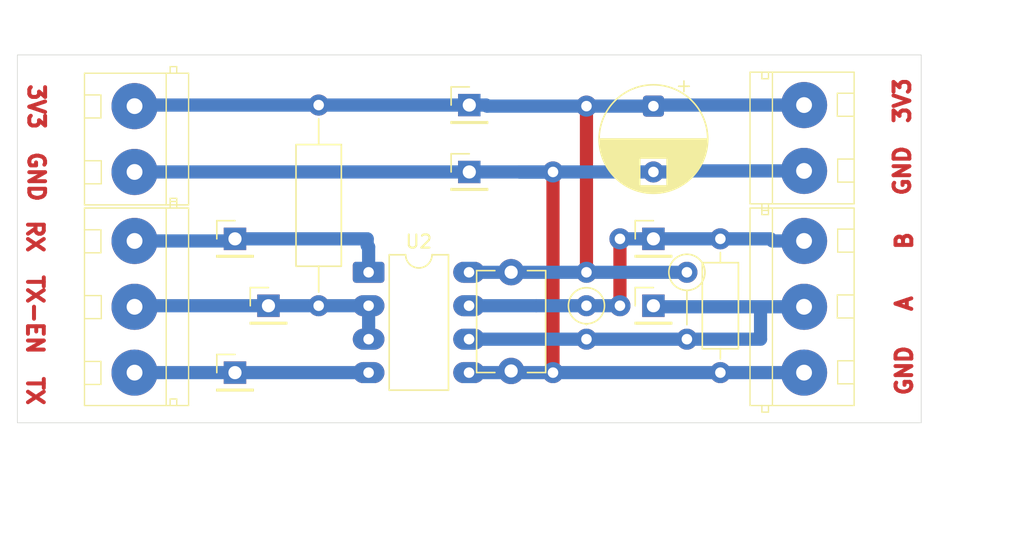
<source format=kicad_pcb>
(kicad_pcb (version 20241229) (generator "pcbnew") (generator_version "9.0")
  (layers (0 "F.Cu" signal) (4 "In1.Cu" signal) (6 "In2.Cu" signal) (2 "B.Cu" signal) (13 "F.Paste" user) (15 "B.Paste" user) (5 "F.SilkS" user "F.Silkscreen") (7 "B.SilkS" user "B.Silkscreen") (1 "F.Mask" user) (3 "B.Mask" user) (25 "Edge.Cuts" user))
  (net 0 "")
  (net 1 "+3V3")
  (net 2 "/RS485-A")
  (net 3 "GND")
  (net 4 "/RS485-B")
  (net 5 "/RS485_DIR")
  (net 6 "/RS485_TX")
  (net 7 "/RS485_RX")
  (footprint "Resistor_THT:R_Axial_DIN0207_L6.3mm_D2.5mm_P5.08mm_Vertical" (layer "F.Cu") (at 176.53 58.42 -90)
    (property "Reference" "R35" (hide yes))
    (property "Value" "3k3")
    (fp_line (start 1.37 0) (end 3.98 0) (stroke (width 0.12)) (layer "F.SilkS"))
    (fp_circle (center 0 0) (end 1.37 0) (stroke (width 0.12)) (fill no) (layer "F.SilkS"))
    (pad "1" thru_hole circle (at 0 0 270) (size 1.6 1.6) (drill 0.8) (layers "*.Cu" "*.Mask") (net 1 "+3V3"))
    (pad "2" thru_hole circle (at 5.08 0 270) (size 1.6 1.6) (drill 0.8) (layers "*.Cu" "*.Mask") (net 2 "/RS485-A"))
  )
  (footprint "Connector_PinHeader_2.54mm:PinHeader_1x01_P2.54mm_Vertical" (layer "F.Cu") (at 160.02 45.72)
    (property "Reference" "TP6" (hide yes))
    (property "Value" "3v3")
    (fp_line (start -1.38 -1.38) (end 0 -1.38) (stroke (width 0.12)) (layer "F.SilkS"))
    (fp_line (start -1.38 0) (end -1.38 -1.38) (stroke (width 0.12)) (layer "F.SilkS"))
    (fp_line (start -1.38 1.27) (end -1.38 1.38) (stroke (width 0.12)) (layer "F.SilkS"))
    (fp_line (start -1.38 1.27) (end 1.38 1.27) (stroke (width 0.12)) (layer "F.SilkS"))
    (fp_line (start -1.38 1.38) (end 1.38 1.38) (stroke (width 0.12)) (layer "F.SilkS"))
    (fp_line (start 1.38 1.27) (end 1.38 1.38) (stroke (width 0.12)) (layer "F.SilkS"))
    (pad "1" thru_hole rect (at 0 0) (size 1.7 1.7) (drill 1) (layers "*.Cu" "*.Mask") (net 1 "+3V3"))
  )
  (footprint "Connector_PinHeader_2.54mm:PinHeader_1x01_P2.54mm_Vertical" (layer "F.Cu") (at 144.78 60.96)
    (property "Reference" "TP4" (hide yes))
    (property "Value" "DIR")
    (fp_line (start -1.38 -1.38) (end 0 -1.38) (stroke (width 0.12)) (layer "F.SilkS"))
    (fp_line (start -1.38 0) (end -1.38 -1.38) (stroke (width 0.12)) (layer "F.SilkS"))
    (fp_line (start -1.38 1.27) (end -1.38 1.38) (stroke (width 0.12)) (layer "F.SilkS"))
    (fp_line (start -1.38 1.27) (end 1.38 1.27) (stroke (width 0.12)) (layer "F.SilkS"))
    (fp_line (start -1.38 1.38) (end 1.38 1.38) (stroke (width 0.12)) (layer "F.SilkS"))
    (fp_line (start 1.38 1.27) (end 1.38 1.38) (stroke (width 0.12)) (layer "F.SilkS"))
    (pad "1" thru_hole rect (at 0 0) (size 1.7 1.7) (drill 1) (layers "*.Cu" "*.Mask") (net 5 "/RS485_DIR"))
  )
  (footprint "Capacitor_THT:C_Disc_D7.5mm_W5.0mm_P7.50mm" (layer "F.Cu") (at 163.195 58.413 -90)
    (property "Reference" "C1" (hide yes))
    (property "Value" "100n")
    (fp_line (start -0.12 2.62) (end 7.62 2.62) (stroke (width 0.12)) (layer "F.SilkS"))
    (fp_line (start -0.12 1.234) (end -0.12 2.62) (stroke (width 0.12)) (layer "F.SilkS"))
    (fp_line (start 7.62 1.234) (end 7.62 2.62) (stroke (width 0.12)) (layer "F.SilkS"))
    (fp_line (start -0.12 -2.62) (end -0.12 -1.234) (stroke (width 0.12)) (layer "F.SilkS"))
    (fp_line (start -0.12 -2.62) (end 7.62 -2.62) (stroke (width 0.12)) (layer "F.SilkS"))
    (fp_line (start 7.62 -2.62) (end 7.62 -1.234) (stroke (width 0.12)) (layer "F.SilkS"))
    (pad "1" thru_hole circle (at 0 0 270) (size 2 2) (drill 1) (layers "*.Cu" "*.Mask") (net 1 "+3V3"))
    (pad "2" thru_hole circle (at 7.5 0 270) (size 2 2) (drill 1) (layers "*.Cu" "*.Mask") (net 3 "GND"))
  )
  (footprint "Package_DIP:DIP-8_W7.62mm_LongPads" (layer "F.Cu") (at 152.38 58.42)
    (property "Reference" "U2" (at 3.81 -2.33 0) (layer "F.SilkS"))
    (property "Value" "MAX3485")
    (fp_line (start 1.56 -1.33) (end 1.56 8.95) (stroke (width 0.12)) (layer "F.SilkS"))
    (fp_line (start 1.56 8.95) (end 6.06 8.95) (stroke (width 0.12)) (layer "F.SilkS"))
    (fp_line (start 2.81 -1.33) (end 1.56 -1.33) (stroke (width 0.12)) (layer "F.SilkS"))
    (fp_line (start 6.06 -1.33) (end 4.81 -1.33) (stroke (width 0.12)) (layer "F.SilkS"))
    (fp_line (start 6.06 8.95) (end 6.06 -1.33) (stroke (width 0.12)) (layer "F.SilkS"))
    (fp_arc (start 4.81 -1.33) (mid 3.81 -0.33) (end 2.81 -1.33) (stroke (width 0.12)) (layer "F.SilkS"))
    (pad "1" thru_hole roundrect (at 0 0) (size 2.4 1.6) (drill 0.8) (layers "*.Cu" "*.Mask") (roundrect_rratio 0.15625) (net 7 "/RS485_RX"))
    (pad "2" thru_hole oval (at 0 2.54) (size 2.4 1.6) (drill 0.8) (layers "*.Cu" "*.Mask") (net 5 "/RS485_DIR"))
    (pad "3" thru_hole oval (at 0 5.08) (size 2.4 1.6) (drill 0.8) (layers "*.Cu" "*.Mask") (net 5 "/RS485_DIR"))
    (pad "4" thru_hole oval (at 0 7.62) (size 2.4 1.6) (drill 0.8) (layers "*.Cu" "*.Mask") (net 6 "/RS485_TX"))
    (pad "5" thru_hole oval (at 7.62 7.62) (size 2.4 1.6) (drill 0.8) (layers "*.Cu" "*.Mask") (net 3 "GND"))
    (pad "6" thru_hole oval (at 7.62 5.08) (size 2.4 1.6) (drill 0.8) (layers "*.Cu" "*.Mask") (net 2 "/RS485-A"))
    (pad "7" thru_hole oval (at 7.62 2.54) (size 2.4 1.6) (drill 0.8) (layers "*.Cu" "*.Mask") (net 4 "/RS485-B"))
    (pad "8" thru_hole oval (at 7.62 0) (size 2.4 1.6) (drill 0.8) (layers "*.Cu" "*.Mask") (net 1 "+3V3"))
  )
  (footprint "Connector_PinHeader_2.54mm:PinHeader_1x01_P2.54mm_Vertical" (layer "F.Cu") (at 142.24 66.04)
    (property "Reference" "TP1" (hide yes))
    (property "Value" "TX")
    (fp_line (start -1.38 -1.38) (end 0 -1.38) (stroke (width 0.12)) (layer "F.SilkS"))
    (fp_line (start -1.38 0) (end -1.38 -1.38) (stroke (width 0.12)) (layer "F.SilkS"))
    (fp_line (start -1.38 1.27) (end -1.38 1.38) (stroke (width 0.12)) (layer "F.SilkS"))
    (fp_line (start -1.38 1.27) (end 1.38 1.27) (stroke (width 0.12)) (layer "F.SilkS"))
    (fp_line (start -1.38 1.38) (end 1.38 1.38) (stroke (width 0.12)) (layer "F.SilkS"))
    (fp_line (start 1.38 1.27) (end 1.38 1.38) (stroke (width 0.12)) (layer "F.SilkS"))
    (pad "1" thru_hole rect (at 0 0) (size 1.7 1.7) (drill 1) (layers "*.Cu" "*.Mask") (net 6 "/RS485_TX"))
  )
  (footprint "Resistor_THT:R_Axial_DIN0207_L6.3mm_D2.5mm_P2.54mm_Vertical" (layer "F.Cu") (at 168.91 60.96 -90)
    (property "Reference" "R36" (hide yes))
    (property "Value" "120")
    (fp_line (start 1.37 0) (end 1.44 0) (stroke (width 0.12)) (layer "F.SilkS"))
    (fp_circle (center 0 0) (end 1.37 0) (stroke (width 0.12)) (fill no) (layer "F.SilkS"))
    (pad "1" thru_hole circle (at 0 0 270) (size 1.6 1.6) (drill 0.8) (layers "*.Cu" "*.Mask") (net 4 "/RS485-B"))
    (pad "2" thru_hole circle (at 2.54 0 270) (size 1.6 1.6) (drill 0.8) (layers "*.Cu" "*.Mask") (net 2 "/RS485-A"))
  )
  (footprint "Connector_PinHeader_2.54mm:PinHeader_1x01_P2.54mm_Vertical" (layer "F.Cu") (at 173.99 60.96)
    (property "Reference" "TP3" (hide yes))
    (property "Value" "RS-A")
    (fp_line (start -1.38 -1.38) (end 0 -1.38) (stroke (width 0.12)) (layer "F.SilkS"))
    (fp_line (start -1.38 0) (end -1.38 -1.38) (stroke (width 0.12)) (layer "F.SilkS"))
    (fp_line (start -1.38 1.27) (end -1.38 1.38) (stroke (width 0.12)) (layer "F.SilkS"))
    (fp_line (start -1.38 1.27) (end 1.38 1.27) (stroke (width 0.12)) (layer "F.SilkS"))
    (fp_line (start -1.38 1.38) (end 1.38 1.38) (stroke (width 0.12)) (layer "F.SilkS"))
    (fp_line (start 1.38 1.27) (end 1.38 1.38) (stroke (width 0.12)) (layer "F.SilkS"))
    (pad "1" thru_hole rect (at 0 0) (size 1.7 1.7) (drill 1) (layers "*.Cu" "*.Mask") (net 2 "/RS485-A"))
  )
  (footprint "Resistor_THT:R_Axial_DIN0309_L9.0mm_D3.2mm_P15.24mm_Horizontal" (layer "F.Cu") (at 148.59 45.72 -90)
    (property "Reference" "R17" (hide yes))
    (property "Value" "10k")
    (fp_line (start 1.04 0) (end 3 0) (stroke (width 0.12)) (layer "F.SilkS"))
    (fp_line (start 14.2 0) (end 12.24 0) (stroke (width 0.12)) (layer "F.SilkS"))
    (fp_rect (start 3 -1.72) (end 12.24 1.72) (stroke (width 0.12)) (fill no) (layer "F.SilkS"))
    (pad "1" thru_hole circle (at 0 0 270) (size 1.6 1.6) (drill 0.8) (layers "*.Cu" "*.Mask") (net 1 "+3V3"))
    (pad "2" thru_hole circle (at 15.24 0 270) (size 1.6 1.6) (drill 0.8) (layers "*.Cu" "*.Mask") (net 5 "/RS485_DIR"))
  )
  (footprint "terminals_libJonny:ScrewTerminal_P5mm_2Pin_FP10x8" (layer "F.Cu") (at 185.42 50.72 90)
    (property "Reference" "J3" (hide yes))
    (property "Value" "GND, 3v3")
    (fp_line (start 7.5 -4.1) (end -2.5 -4.1) (stroke (width 0.1)) (layer "F.SilkS"))
    (fp_line (start -2.5 -4.1) (end -2.5 3.8) (stroke (width 0.1)) (layer "F.SilkS"))
    (fp_line (start 7.5 -3.2) (end 7 -3.2) (stroke (width 0.1)) (layer "F.SilkS"))
    (fp_line (start 7 -3.2) (end 7 -2.7) (stroke (width 0.1)) (layer "F.SilkS"))
    (fp_line (start -2.5 -3.2) (end -3 -3.2) (stroke (width 0.1)) (layer "F.SilkS"))
    (fp_line (start -3 -3.2) (end -3 -2.7) (stroke (width 0.1)) (layer "F.SilkS"))
    (fp_line (start 7 -2.7) (end 7.5 -2.7) (stroke (width 0.1)) (layer "F.SilkS"))
    (fp_line (start -3 -2.7) (end -2.5 -2.7) (stroke (width 0.1)) (layer "F.SilkS"))
    (fp_line (start -2.5 -2.4) (end 7.5 -2.4) (stroke (width 0.1)) (layer "F.SilkS"))
    (fp_line (start 5.9 2.525) (end 5.9 3.775) (stroke (width 0.1)) (layer "F.SilkS"))
    (fp_line (start 4.15 2.525) (end 5.9 2.525) (stroke (width 0.1)) (layer "F.SilkS"))
    (fp_line (start 0.9 2.55) (end 0.9 3.8) (stroke (width 0.1)) (layer "F.SilkS"))
    (fp_line (start -0.85 2.55) (end 0.9 2.55) (stroke (width 0.1)) (layer "F.SilkS"))
    (fp_line (start 4.15 3.775) (end 4.15 2.525) (stroke (width 0.1)) (layer "F.SilkS"))
    (fp_line (start 7.5 3.8) (end 7.5 -4.1) (stroke (width 0.1)) (layer "F.SilkS"))
    (fp_line (start -0.85 3.8) (end -0.85 2.55) (stroke (width 0.1)) (layer "F.SilkS"))
    (fp_line (start -2.5 3.8) (end 7.5 3.8) (stroke (width 0.1)) (layer "F.SilkS"))
    (pad "1" thru_hole circle (at 0 0 90) (size 3.5 3.5) (drill 1.2) (layers "*.Cu" "*.Mask") (net 3 "GND"))
    (pad "2" thru_hole circle (at 5 0 90) (size 3.5 3.5) (drill 1.2) (layers "*.Cu" "*.Mask") (net 1 "+3V3"))
  )
  (footprint "Connector_PinHeader_2.54mm:PinHeader_1x01_P2.54mm_Vertical" (layer "F.Cu") (at 173.99 55.88)
    (property "Reference" "TP5" (hide yes))
    (property "Value" "RS-B")
    (fp_line (start -1.38 -1.38) (end 0 -1.38) (stroke (width 0.12)) (layer "F.SilkS"))
    (fp_line (start -1.38 0) (end -1.38 -1.38) (stroke (width 0.12)) (layer "F.SilkS"))
    (fp_line (start -1.38 1.27) (end -1.38 1.38) (stroke (width 0.12)) (layer "F.SilkS"))
    (fp_line (start -1.38 1.27) (end 1.38 1.27) (stroke (width 0.12)) (layer "F.SilkS"))
    (fp_line (start -1.38 1.38) (end 1.38 1.38) (stroke (width 0.12)) (layer "F.SilkS"))
    (fp_line (start 1.38 1.27) (end 1.38 1.38) (stroke (width 0.12)) (layer "F.SilkS"))
    (pad "1" thru_hole rect (at 0 0) (size 1.7 1.7) (drill 1) (layers "*.Cu" "*.Mask") (net 4 "/RS485-B"))
  )
  (footprint "Resistor_THT:R_Axial_DIN0207_L6.3mm_D2.5mm_P10.16mm_Horizontal" (layer "F.Cu") (at 179.07 55.88 -90)
    (property "Reference" "R37" (hide yes))
    (property "Value" "3k3")
    (fp_line (start 1.04 0) (end 1.81 0) (stroke (width 0.12)) (layer "F.SilkS"))
    (fp_line (start 9.12 0) (end 8.35 0) (stroke (width 0.12)) (layer "F.SilkS"))
    (fp_rect (start 1.81 -1.37) (end 8.35 1.37) (stroke (width 0.12)) (fill no) (layer "F.SilkS"))
    (pad "1" thru_hole circle (at 0 0 270) (size 1.6 1.6) (drill 0.8) (layers "*.Cu" "*.Mask") (net 4 "/RS485-B"))
    (pad "2" thru_hole circle (at 10.16 0 270) (size 1.6 1.6) (drill 0.8) (layers "*.Cu" "*.Mask") (net 3 "GND"))
  )
  (footprint "Connector_PinHeader_2.54mm:PinHeader_1x01_P2.54mm_Vertical" (layer "F.Cu") (at 142.24 55.88)
    (property "Reference" "TP2" (hide yes))
    (property "Value" "RX")
    (fp_line (start -1.38 -1.38) (end 0 -1.38) (stroke (width 0.12)) (layer "F.SilkS"))
    (fp_line (start -1.38 0) (end -1.38 -1.38) (stroke (width 0.12)) (layer "F.SilkS"))
    (fp_line (start -1.38 1.27) (end -1.38 1.38) (stroke (width 0.12)) (layer "F.SilkS"))
    (fp_line (start -1.38 1.27) (end 1.38 1.27) (stroke (width 0.12)) (layer "F.SilkS"))
    (fp_line (start -1.38 1.38) (end 1.38 1.38) (stroke (width 0.12)) (layer "F.SilkS"))
    (fp_line (start 1.38 1.27) (end 1.38 1.38) (stroke (width 0.12)) (layer "F.SilkS"))
    (pad "1" thru_hole rect (at 0 0) (size 1.7 1.7) (drill 1) (layers "*.Cu" "*.Mask") (net 7 "/RS485_RX"))
  )
  (footprint "terminals_libJonny:ScrewTerminal_P5mm_3Pin_FP15x8" (layer "F.Cu") (at 134.62 56.04 -90)
    (property "Reference" "J1" (hide yes))
    (property "Value" "[TX, DIR, RX] UART (ESP32)")
    (fp_line (start -2.5 3.8) (end 12.5 3.8) (stroke (width 0.1)) (layer "F.SilkS"))
    (fp_line (start -0.85 3.8) (end -0.85 2.55) (stroke (width 0.1)) (layer "F.SilkS"))
    (fp_line (start 9.15 3.8) (end 9.15 2.55) (stroke (width 0.1)) (layer "F.SilkS"))
    (fp_line (start 12.5 3.8) (end 12.5 -4.1) (stroke (width 0.1)) (layer "F.SilkS"))
    (fp_line (start 4.15 3.775) (end 4.15 2.525) (stroke (width 0.1)) (layer "F.SilkS"))
    (fp_line (start -0.85 2.55) (end 0.9 2.55) (stroke (width 0.1)) (layer "F.SilkS"))
    (fp_line (start 0.9 2.55) (end 0.9 3.8) (stroke (width 0.1)) (layer "F.SilkS"))
    (fp_line (start 9.15 2.55) (end 10.9 2.55) (stroke (width 0.1)) (layer "F.SilkS"))
    (fp_line (start 10.9 2.55) (end 10.9 3.8) (stroke (width 0.1)) (layer "F.SilkS"))
    (fp_line (start 4.15 2.525) (end 5.9 2.525) (stroke (width 0.1)) (layer "F.SilkS"))
    (fp_line (start 5.9 2.525) (end 5.9 3.775) (stroke (width 0.1)) (layer "F.SilkS"))
    (fp_line (start -2.5 -2.4) (end 12.5 -2.4) (stroke (width 0.1)) (layer "F.SilkS"))
    (fp_line (start -3 -2.7) (end -2.5 -2.7) (stroke (width 0.1)) (layer "F.SilkS"))
    (fp_line (start 12 -2.7) (end 12.5 -2.7) (stroke (width 0.1)) (layer "F.SilkS"))
    (fp_line (start -3 -3.2) (end -3 -2.7) (stroke (width 0.1)) (layer "F.SilkS"))
    (fp_line (start -2.5 -3.2) (end -3 -3.2) (stroke (width 0.1)) (layer "F.SilkS"))
    (fp_line (start 12 -3.2) (end 12 -2.7) (stroke (width 0.1)) (layer "F.SilkS"))
    (fp_line (start 12.5 -3.2) (end 12 -3.2) (stroke (width 0.1)) (layer "F.SilkS"))
    (fp_line (start -2.5 -4.1) (end -2.5 3.8) (stroke (width 0.1)) (layer "F.SilkS"))
    (fp_line (start 12.5 -4.1) (end -2.5 -4.1) (stroke (width 0.1)) (layer "F.SilkS"))
    (pad "1" thru_hole circle (at 0 0 270) (size 3.5 3.5) (drill 1.2) (layers "*.Cu" "*.Mask") (net 7 "/RS485_RX"))
    (pad "2" thru_hole circle (at 5 0 270) (size 3.5 3.5) (drill 1.2) (layers "*.Cu" "*.Mask") (net 5 "/RS485_DIR"))
    (pad "3" thru_hole circle (at 10 0 270) (size 3.5 3.5) (drill 1.2) (layers "*.Cu" "*.Mask") (net 6 "/RS485_TX"))
  )
  (footprint "terminals_libJonny:ScrewTerminal_P5mm_2Pin_FP10x8" (layer "F.Cu") (at 134.62 45.8 -90)
    (property "Reference" "J2" (hide yes))
    (property "Value" "GND, 3v3")
    (fp_line (start -2.5 3.8) (end 7.5 3.8) (stroke (width 0.1)) (layer "F.SilkS"))
    (fp_line (start -0.85 3.8) (end -0.85 2.55) (stroke (width 0.1)) (layer "F.SilkS"))
    (fp_line (start 7.5 3.8) (end 7.5 -4.1) (stroke (width 0.1)) (layer "F.SilkS"))
    (fp_line (start 4.15 3.775) (end 4.15 2.525) (stroke (width 0.1)) (layer "F.SilkS"))
    (fp_line (start -0.85 2.55) (end 0.9 2.55) (stroke (width 0.1)) (layer "F.SilkS"))
    (fp_line (start 0.9 2.55) (end 0.9 3.8) (stroke (width 0.1)) (layer "F.SilkS"))
    (fp_line (start 4.15 2.525) (end 5.9 2.525) (stroke (width 0.1)) (layer "F.SilkS"))
    (fp_line (start 5.9 2.525) (end 5.9 3.775) (stroke (width 0.1)) (layer "F.SilkS"))
    (fp_line (start -2.5 -2.4) (end 7.5 -2.4) (stroke (width 0.1)) (layer "F.SilkS"))
    (fp_line (start -3 -2.7) (end -2.5 -2.7) (stroke (width 0.1)) (layer "F.SilkS"))
    (fp_line (start 7 -2.7) (end 7.5 -2.7) (stroke (width 0.1)) (layer "F.SilkS"))
    (fp_line (start -3 -3.2) (end -3 -2.7) (stroke (width 0.1)) (layer "F.SilkS"))
    (fp_line (start -2.5 -3.2) (end -3 -3.2) (stroke (width 0.1)) (layer "F.SilkS"))
    (fp_line (start 7 -3.2) (end 7 -2.7) (stroke (width 0.1)) (layer "F.SilkS"))
    (fp_line (start 7.5 -3.2) (end 7 -3.2) (stroke (width 0.1)) (layer "F.SilkS"))
    (fp_line (start -2.5 -4.1) (end -2.5 3.8) (stroke (width 0.1)) (layer "F.SilkS"))
    (fp_line (start 7.5 -4.1) (end -2.5 -4.1) (stroke (width 0.1)) (layer "F.SilkS"))
    (pad "1" thru_hole circle (at 0 0 270) (size 3.5 3.5) (drill 1.2) (layers "*.Cu" "*.Mask") (net 1 "+3V3"))
    (pad "2" thru_hole circle (at 5 0 270) (size 3.5 3.5) (drill 1.2) (layers "*.Cu" "*.Mask") (net 3 "GND"))
  )
  (footprint "Capacitor_THT:CP_Radial_D8.0mm_P5.00mm" (layer "F.Cu") (at 173.99 45.8 -90)
    (property "Reference" "C2" (hide yes))
    (property "Value" "10uf")
    (fp_line (start 3.98 1.04) (end 3.98 3.805) (stroke (width 0.12)) (layer "F.SilkS"))
    (fp_line (start 4.02 1.04) (end 4.02 3.789) (stroke (width 0.12)) (layer "F.SilkS"))
    (fp_line (start 4.06 1.04) (end 4.06 3.773) (stroke (width 0.12)) (layer "F.SilkS"))
    (fp_line (start 4.1 1.04) (end 4.1 3.757) (stroke (width 0.12)) (layer "F.SilkS"))
    (fp_line (start 4.14 1.04) (end 4.14 3.74) (stroke (width 0.12)) (layer "F.SilkS"))
    (fp_line (start 4.18 1.04) (end 4.18 3.722) (stroke (width 0.12)) (layer "F.SilkS"))
    (fp_line (start 4.22 1.04) (end 4.22 3.704) (stroke (width 0.12)) (layer "F.SilkS"))
    (fp_line (start 4.26 1.04) (end 4.26 3.685) (stroke (width 0.12)) (layer "F.SilkS"))
    (fp_line (start 4.3 1.04) (end 4.3 3.666) (stroke (width 0.12)) (layer "F.SilkS"))
    (fp_line (start 4.34 1.04) (end 4.34 3.646) (stroke (width 0.12)) (layer "F.SilkS"))
    (fp_line (start 4.38 1.04) (end 4.38 3.626) (stroke (width 0.12)) (layer "F.SilkS"))
    (fp_line (start 4.42 1.04) (end 4.42 3.605) (stroke (width 0.12)) (layer "F.SilkS"))
    (fp_line (start 4.46 1.04) (end 4.46 3.584) (stroke (width 0.12)) (layer "F.SilkS"))
    (fp_line (start 4.5 1.04) (end 4.5 3.562) (stroke (width 0.12)) (layer "F.SilkS"))
    (fp_line (start 4.54 1.04) (end 4.54 3.539) (stroke (width 0.12)) (layer "F.SilkS"))
    (fp_line (start 4.58 1.04) (end 4.58 3.516) (stroke (width 0.12)) (layer "F.SilkS"))
    (fp_line (start 4.62 1.04) (end 4.62 3.493) (stroke (width 0.12)) (layer "F.SilkS"))
    (fp_line (start 4.66 1.04) (end 4.66 3.468) (stroke (width 0.12)) (layer "F.SilkS"))
    (fp_line (start 4.7 1.04) (end 4.7 3.443) (stroke (width 0.12)) (layer "F.SilkS"))
    (fp_line (start 4.74 1.04) (end 4.74 3.418) (stroke (width 0.12)) (layer "F.SilkS"))
    (fp_line (start 4.78 1.04) (end 4.78 3.392) (stroke (width 0.12)) (layer "F.SilkS"))
    (fp_line (start 4.82 1.04) (end 4.82 3.365) (stroke (width 0.12)) (layer "F.SilkS"))
    (fp_line (start 4.86 1.04) (end 4.86 3.337) (stroke (width 0.12)) (layer "F.SilkS"))
    (fp_line (start 4.9 1.04) (end 4.9 3.309) (stroke (width 0.12)) (layer "F.SilkS"))
    (fp_line (start 4.94 1.04) (end 4.94 3.28) (stroke (width 0.12)) (layer "F.SilkS"))
    (fp_line (start 4.98 1.04) (end 4.98 3.25) (stroke (width 0.12)) (layer "F.SilkS"))
    (fp_line (start 5.02 1.04) (end 5.02 3.219) (stroke (width 0.12)) (layer "F.SilkS"))
    (fp_line (start 5.06 1.04) (end 5.06 3.188) (stroke (width 0.12)) (layer "F.SilkS"))
    (fp_line (start 5.1 1.04) (end 5.1 3.156) (stroke (width 0.12)) (layer "F.SilkS"))
    (fp_line (start 5.14 1.04) (end 5.14 3.123) (stroke (width 0.12)) (layer "F.SilkS"))
    (fp_line (start 5.18 1.04) (end 5.18 3.089) (stroke (width 0.12)) (layer "F.SilkS"))
    (fp_line (start 5.22 1.04) (end 5.22 3.055) (stroke (width 0.12)) (layer "F.SilkS"))
    (fp_line (start 5.26 1.04) (end 5.26 3.019) (stroke (width 0.12)) (layer "F.SilkS"))
    (fp_line (start 5.3 1.04) (end 5.3 2.982) (stroke (width 0.12)) (layer "F.SilkS"))
    (fp_line (start 5.34 1.04) (end 5.34 2.945) (stroke (width 0.12)) (layer "F.SilkS"))
    (fp_line (start 5.38 1.04) (end 5.38 2.906) (stroke (width 0.12)) (layer "F.SilkS"))
    (fp_line (start 5.42 1.04) (end 5.42 2.867) (stroke (width 0.12)) (layer "F.SilkS"))
    (fp_line (start 5.46 1.04) (end 5.46 2.826) (stroke (width 0.12)) (layer "F.SilkS"))
    (fp_line (start 5.5 1.04) (end 5.5 2.784) (stroke (width 0.12)) (layer "F.SilkS"))
    (fp_line (start 5.54 1.04) (end 5.54 2.741) (stroke (width 0.12)) (layer "F.SilkS"))
    (fp_line (start 5.58 1.04) (end 5.58 2.696) (stroke (width 0.12)) (layer "F.SilkS"))
    (fp_line (start 5.62 1.04) (end 5.62 2.651) (stroke (width 0.12)) (layer "F.SilkS"))
    (fp_line (start 5.66 1.04) (end 5.66 2.604) (stroke (width 0.12)) (layer "F.SilkS"))
    (fp_line (start 5.7 1.04) (end 5.7 2.555) (stroke (width 0.12)) (layer "F.SilkS"))
    (fp_line (start 5.74 1.04) (end 5.74 2.505) (stroke (width 0.12)) (layer "F.SilkS"))
    (fp_line (start 5.78 1.04) (end 5.78 2.453) (stroke (width 0.12)) (layer "F.SilkS"))
    (fp_line (start 5.82 1.04) (end 5.82 2.4) (stroke (width 0.12)) (layer "F.SilkS"))
    (fp_line (start 5.86 1.04) (end 5.86 2.344) (stroke (width 0.12)) (layer "F.SilkS"))
    (fp_line (start 5.9 1.04) (end 5.9 2.287) (stroke (width 0.12)) (layer "F.SilkS"))
    (fp_line (start 5.94 1.04) (end 5.94 2.227) (stroke (width 0.12)) (layer "F.SilkS"))
    (fp_line (start 5.98 1.04) (end 5.98 2.165) (stroke (width 0.12)) (layer "F.SilkS"))
    (fp_line (start 6.02 1.04) (end 6.02 2.101) (stroke (width 0.12)) (layer "F.SilkS"))
    (fp_line (start 6.58 -0.533) (end 6.58 0.533) (stroke (width 0.12)) (layer "F.SilkS"))
    (fp_line (start 6.54 -0.768) (end 6.54 0.768) (stroke (width 0.12)) (layer "F.SilkS"))
    (fp_line (start 6.5 -0.947) (end 6.5 0.947) (stroke (width 0.12)) (layer "F.SilkS"))
    (fp_line (start 6.46 -1.097) (end 6.46 1.097) (stroke (width 0.12)) (layer "F.SilkS"))
    (fp_line (start 6.42 -1.228) (end 6.42 1.228) (stroke (width 0.12)) (layer "F.SilkS"))
    (fp_line (start 6.38 -1.346) (end 6.38 1.346) (stroke (width 0.12)) (layer "F.SilkS"))
    (fp_line (start 6.34 -1.453) (end 6.34 1.453) (stroke (width 0.12)) (layer "F.SilkS"))
    (fp_line (start 6.3 -1.552) (end 6.3 1.552) (stroke (width 0.12)) (layer "F.SilkS"))
    (fp_line (start 6.26 -1.644) (end 6.26 1.644) (stroke (width 0.12)) (layer "F.SilkS"))
    (fp_line (start 6.22 -1.731) (end 6.22 1.731) (stroke (width 0.12)) (layer "F.SilkS"))
    (fp_line (start 6.18 -1.813) (end 6.18 1.813) (stroke (width 0.12)) (layer "F.SilkS"))
    (fp_line (start 6.14 -1.89) (end 6.14 1.89) (stroke (width 0.12)) (layer "F.SilkS"))
    (fp_line (start 6.1 -1.964) (end 6.1 1.964) (stroke (width 0.12)) (layer "F.SilkS"))
    (fp_line (start 6.06 -2.034) (end 6.06 2.034) (stroke (width 0.12)) (layer "F.SilkS"))
    (fp_line (start 6.02 -2.101) (end 6.02 -1.04) (stroke (width 0.12)) (layer "F.SilkS"))
    (fp_line (start 5.98 -2.165) (end 5.98 -1.04) (stroke (width 0.12)) (layer "F.SilkS"))
    (fp_line (start 5.94 -2.227) (end 5.94 -1.04) (stroke (width 0.12)) (layer "F.SilkS"))
    (fp_line (start 5.9 -2.287) (end 5.9 -1.04) (stroke (width 0.12)) (layer "F.SilkS"))
    (fp_line (start -1.909698 -2.315) (end -1.109698 -2.315) (stroke (width 0.12)) (layer "F.SilkS"))
    (fp_line (start 5.86 -2.344) (end 5.86 -1.04) (stroke (width 0.12)) (layer "F.SilkS"))
    (fp_line (start 5.82 -2.4) (end 5.82 -1.04) (stroke (width 0.12)) (layer "F.SilkS"))
    (fp_line (start 5.78 -2.453) (end 5.78 -1.04) (stroke (width 0.12)) (layer "F.SilkS"))
    (fp_line (start 5.74 -2.505) (end 5.74 -1.04) (stroke (width 0.12)) (layer "F.SilkS"))
    (fp_line (start 5.7 -2.555) (end 5.7 -1.04) (stroke (width 0.12)) (layer "F.SilkS"))
    (fp_line (start 5.66 -2.604) (end 5.66 -1.04) (stroke (width 0.12)) (layer "F.SilkS"))
    (fp_line (start 5.62 -2.651) (end 5.62 -1.04) (stroke (width 0.12)) (layer "F.SilkS"))
    (fp_line (start 5.58 -2.696) (end 5.58 -1.04) (stroke (width 0.12)) (layer "F.SilkS"))
    (fp_line (start -1.509698 -2.715) (end -1.509698 -1.915) (stroke (width 0.12)) (layer "F.SilkS"))
    (fp_line (start 5.54 -2.741) (end 5.54 -1.04) (stroke (width 0.12)) (layer "F.SilkS"))
    (fp_line (start 5.5 -2.784) (end 5.5 -1.04) (stroke (width 0.12)) (layer "F.SilkS"))
    (fp_line (start 5.46 -2.826) (end 5.46 -1.04) (stroke (width 0.12)) (layer "F.SilkS"))
    (fp_line (start 5.42 -2.867) (end 5.42 -1.04) (stroke (width 0.12)) (layer "F.SilkS"))
    (fp_line (start 5.38 -2.906) (end 5.38 -1.04) (stroke (width 0.12)) (layer "F.SilkS"))
    (fp_line (start 5.34 -2.945) (end 5.34 -1.04) (stroke (width 0.12)) (layer "F.SilkS"))
    (fp_line (start 5.3 -2.982) (end 5.3 -1.04) (stroke (width 0.12)) (layer "F.SilkS"))
    (fp_line (start 5.26 -3.019) (end 5.26 -1.04) (stroke (width 0.12)) (layer "F.SilkS"))
    (fp_line (start 5.22 -3.055) (end 5.22 -1.04) (stroke (width 0.12)) (layer "F.SilkS"))
    (fp_line (start 5.18 -3.089) (end 5.18 -1.04) (stroke (width 0.12)) (layer "F.SilkS"))
    (fp_line (start 5.14 -3.123) (end 5.14 -1.04) (stroke (width 0.12)) (layer "F.SilkS"))
    (fp_line (start 5.1 -3.156) (end 5.1 -1.04) (stroke (width 0.12)) (layer "F.SilkS"))
    (fp_line (start 5.06 -3.188) (end 5.06 -1.04) (stroke (width 0.12)) (layer "F.SilkS"))
    (fp_line (start 5.02 -3.219) (end 5.02 -1.04) (stroke (width 0.12)) (layer "F.SilkS"))
    (fp_line (start 4.98 -3.25) (end 4.98 -1.04) (stroke (width 0.12)) (layer "F.SilkS"))
    (fp_line (start 4.94 -3.28) (end 4.94 -1.04) (stroke (width 0.12)) (layer "F.SilkS"))
    (fp_line (start 4.9 -3.309) (end 4.9 -1.04) (stroke (width 0.12)) (layer "F.SilkS"))
    (fp_line (start 4.86 -3.337) (end 4.86 -1.04) (stroke (width 0.12)) (layer "F.SilkS"))
    (fp_line (start 4.82 -3.365) (end 4.82 -1.04) (stroke (width 0.12)) (layer "F.SilkS"))
    (fp_line (start 4.78 -3.392) (end 4.78 -1.04) (stroke (width 0.12)) (layer "F.SilkS"))
    (fp_line (start 4.74 -3.418) (end 4.74 -1.04) (stroke (width 0.12)) (layer "F.SilkS"))
    (fp_line (start 4.7 -3.443) (end 4.7 -1.04) (stroke (width 0.12)) (layer "F.SilkS"))
    (fp_line (start 4.66 -3.468) (end 4.66 -1.04) (stroke (width 0.12)) (layer "F.SilkS"))
    (fp_line (start 4.62 -3.493) (end 4.62 -1.04) (stroke (width 0.12)) (layer "F.SilkS"))
    (fp_line (start 4.58 -3.516) (end 4.58 -1.04) (stroke (width 0.12)) (layer "F.SilkS"))
    (fp_line (start 4.54 -3.539) (end 4.54 -1.04) (stroke (width 0.12)) (layer "F.SilkS"))
    (fp_line (start 4.5 -3.562) (end 4.5 -1.04) (stroke (width 0.12)) (layer "F.SilkS"))
    (fp_line (start 4.46 -3.584) (end 4.46 -1.04) (stroke (width 0.12)) (layer "F.SilkS"))
    (fp_line (start 4.42 -3.605) (end 4.42 -1.04) (stroke (width 0.12)) (layer "F.SilkS"))
    (fp_line (start 4.38 -3.626) (end 4.38 -1.04) (stroke (width 0.12)) (layer "F.SilkS"))
    (fp_line (start 4.34 -3.646) (end 4.34 -1.04) (stroke (width 0.12)) (layer "F.SilkS"))
    (fp_line (start 4.3 -3.666) (end 4.3 -1.04) (stroke (width 0.12)) (layer "F.SilkS"))
    (fp_line (start 4.26 -3.685) (end 4.26 -1.04) (stroke (width 0.12)) (layer "F.SilkS"))
    (fp_line (start 4.22 -3.704) (end 4.22 -1.04) (stroke (width 0.12)) (layer "F.SilkS"))
    (fp_line (start 4.18 -3.722) (end 4.18 -1.04) (stroke (width 0.12)) (layer "F.SilkS"))
    (fp_line (start 4.14 -3.74) (end 4.14 -1.04) (stroke (width 0.12)) (layer "F.SilkS"))
    (fp_line (start 4.1 -3.757) (end 4.1 -1.04) (stroke (width 0.12)) (layer "F.SilkS"))
    (fp_line (start 4.06 -3.773) (end 4.06 -1.04) (stroke (width 0.12)) (layer "F.SilkS"))
    (fp_line (start 4.02 -3.789) (end 4.02 -1.04) (stroke (width 0.12)) (layer "F.SilkS"))
    (fp_line (start 3.98 -3.805) (end 3.98 -1.04) (stroke (width 0.12)) (layer "F.SilkS"))
    (fp_line (start 3.94 -3.82) (end 3.94 3.82) (stroke (width 0.12)) (layer "F.SilkS"))
    (fp_line (start 3.9 -3.835) (end 3.9 3.835) (stroke (width 0.12)) (layer "F.SilkS"))
    (fp_line (start 3.86 -3.849) (end 3.86 3.849) (stroke (width 0.12)) (layer "F.SilkS"))
    (fp_line (start 3.82 -3.863) (end 3.82 3.863) (stroke (width 0.12)) (layer "F.SilkS"))
    (fp_line (start 3.78 -3.876) (end 3.78 3.876) (stroke (width 0.12)) (layer "F.SilkS"))
    (fp_line (start 3.74 -3.889) (end 3.74 3.889) (stroke (width 0.12)) (layer "F.SilkS"))
    (fp_line (start 3.7 -3.901) (end 3.7 3.901) (stroke (width 0.12)) (layer "F.SilkS"))
    (fp_line (start 3.66 -3.913) (end 3.66 3.913) (stroke (width 0.12)) (layer "F.SilkS"))
    (fp_line (start 3.62 -3.925) (end 3.62 3.925) (stroke (width 0.12)) (layer "F.SilkS"))
    (fp_line (start 3.58 -3.936) (end 3.58 3.936) (stroke (width 0.12)) (layer "F.SilkS"))
    (fp_line (start 3.54 -3.947) (end 3.54 3.947) (stroke (width 0.12)) (layer "F.SilkS"))
    (fp_line (start 3.5 -3.957) (end 3.5 3.957) (stroke (width 0.12)) (layer "F.SilkS"))
    (fp_line (start 3.46 -3.967) (end 3.46 3.967) (stroke (width 0.12)) (layer "F.SilkS"))
    (fp_line (start 3.42 -3.976) (end 3.42 3.976) (stroke (width 0.12)) (layer "F.SilkS"))
    (fp_line (start 3.38 -3.985) (end 3.38 3.985) (stroke (width 0.12)) (layer "F.SilkS"))
    (fp_line (start 3.34 -3.993) (end 3.34 3.993) (stroke (width 0.12)) (layer "F.SilkS"))
    (fp_line (start 3.3 -4.002) (end 3.3 4.002) (stroke (width 0.12)) (layer "F.SilkS"))
    (fp_line (start 3.26 -4.009) (end 3.26 4.009) (stroke (width 0.12)) (layer "F.SilkS"))
    (fp_line (start 3.22 -4.017) (end 3.22 4.017) (stroke (width 0.12)) (layer "F.SilkS"))
    (fp_line (start 3.18 -4.023) (end 3.18 4.023) (stroke (width 0.12)) (layer "F.SilkS"))
    (fp_line (start 3.14 -4.03) (end 3.14 4.03) (stroke (width 0.12)) (layer "F.SilkS"))
    (fp_line (start 3.1 -4.036) (end 3.1 4.036) (stroke (width 0.12)) (layer "F.SilkS"))
    (fp_line (start 3.06 -4.042) (end 3.06 4.042) (stroke (width 0.12)) (layer "F.SilkS"))
    (fp_line (start 3.02 -4.047) (end 3.02 4.047) (stroke (width 0.12)) (layer "F.SilkS"))
    (fp_line (start 2.98 -4.052) (end 2.98 4.052) (stroke (width 0.12)) (layer "F.SilkS"))
    (fp_line (start 2.94 -4.056) (end 2.94 4.056) (stroke (width 0.12)) (layer "F.SilkS"))
    (fp_line (start 2.9 -4.061) (end 2.9 4.061) (stroke (width 0.12)) (layer "F.SilkS"))
    (fp_line (start 2.86 -4.064) (end 2.86 4.064) (stroke (width 0.12)) (layer "F.SilkS"))
    (fp_line (start 2.82 -4.068) (end 2.82 4.068) (stroke (width 0.12)) (layer "F.SilkS"))
    (fp_line (start 2.78 -4.07) (end 2.78 4.07) (stroke (width 0.12)) (layer "F.SilkS"))
    (fp_line (start 2.74 -4.073) (end 2.74 4.073) (stroke (width 0.12)) (layer "F.SilkS"))
    (fp_line (start 2.7 -4.075) (end 2.7 4.075) (stroke (width 0.12)) (layer "F.SilkS"))
    (fp_line (start 2.66 -4.077) (end 2.66 4.077) (stroke (width 0.12)) (layer "F.SilkS"))
    (fp_line (start 2.62 -4.078) (end 2.62 4.078) (stroke (width 0.12)) (layer "F.SilkS"))
    (fp_line (start 2.58 -4.079) (end 2.58 4.079) (stroke (width 0.12)) (layer "F.SilkS"))
    (fp_line (start 2.5 -4.08) (end 2.5 4.08) (stroke (width 0.12)) (layer "F.SilkS"))
    (fp_line (start 2.54 -4.08) (end 2.54 4.08) (stroke (width 0.12)) (layer "F.SilkS"))
    (fp_circle (center 2.5 0) (end 6.62 0) (stroke (width 0.12)) (fill no) (layer "F.SilkS"))
    (pad "1" thru_hole roundrect (at 0 0 270) (size 1.6 1.6) (drill 0.8) (layers "*.Cu" "*.Mask") (roundrect_rratio 0.15625) (net 1 "+3V3"))
    (pad "2" thru_hole circle (at 5 0 270) (size 1.6 1.6) (drill 0.8) (layers "*.Cu" "*.Mask") (net 3 "GND"))
  )
  (footprint "Connector_PinHeader_2.54mm:PinHeader_1x01_P2.54mm_Vertical" (layer "F.Cu") (at 160.02 50.8)
    (property "Reference" "TP7" (hide yes))
    (property "Value" "gnd")
    (fp_line (start -1.38 -1.38) (end 0 -1.38) (stroke (width 0.12)) (layer "F.SilkS"))
    (fp_line (start -1.38 0) (end -1.38 -1.38) (stroke (width 0.12)) (layer "F.SilkS"))
    (fp_line (start -1.38 1.27) (end -1.38 1.38) (stroke (width 0.12)) (layer "F.SilkS"))
    (fp_line (start -1.38 1.27) (end 1.38 1.27) (stroke (width 0.12)) (layer "F.SilkS"))
    (fp_line (start -1.38 1.38) (end 1.38 1.38) (stroke (width 0.12)) (layer "F.SilkS"))
    (fp_line (start 1.38 1.27) (end 1.38 1.38) (stroke (width 0.12)) (layer "F.SilkS"))
    (pad "1" thru_hole rect (at 0 0) (size 1.7 1.7) (drill 1) (layers "*.Cu" "*.Mask") (net 3 "GND"))
  )
  (footprint "terminals_libJonny:ScrewTerminal_P5mm_3Pin_FP15x8" (layer "F.Cu") (at 185.42 66.04 90)
    (property "Reference" "J8" (hide yes))
    (property "Value" "[GND, A, B] RS485 (Sensor)")
    (fp_line (start 12.5 -4.1) (end -2.5 -4.1) (stroke (width 0.1)) (layer "F.SilkS"))
    (fp_line (start -2.5 -4.1) (end -2.5 3.8) (stroke (width 0.1)) (layer "F.SilkS"))
    (fp_line (start 12.5 -3.2) (end 12 -3.2) (stroke (width 0.1)) (layer "F.SilkS"))
    (fp_line (start 12 -3.2) (end 12 -2.7) (stroke (width 0.1)) (layer "F.SilkS"))
    (fp_line (start -2.5 -3.2) (end -3 -3.2) (stroke (width 0.1)) (layer "F.SilkS"))
    (fp_line (start -3 -3.2) (end -3 -2.7) (stroke (width 0.1)) (layer "F.SilkS"))
    (fp_line (start 12 -2.7) (end 12.5 -2.7) (stroke (width 0.1)) (layer "F.SilkS"))
    (fp_line (start -3 -2.7) (end -2.5 -2.7) (stroke (width 0.1)) (layer "F.SilkS"))
    (fp_line (start -2.5 -2.4) (end 12.5 -2.4) (stroke (width 0.1)) (layer "F.SilkS"))
    (fp_line (start 5.9 2.525) (end 5.9 3.775) (stroke (width 0.1)) (layer "F.SilkS"))
    (fp_line (start 4.15 2.525) (end 5.9 2.525) (stroke (width 0.1)) (layer "F.SilkS"))
    (fp_line (start 10.9 2.55) (end 10.9 3.8) (stroke (width 0.1)) (layer "F.SilkS"))
    (fp_line (start 9.15 2.55) (end 10.9 2.55) (stroke (width 0.1)) (layer "F.SilkS"))
    (fp_line (start 0.9 2.55) (end 0.9 3.8) (stroke (width 0.1)) (layer "F.SilkS"))
    (fp_line (start -0.85 2.55) (end 0.9 2.55) (stroke (width 0.1)) (layer "F.SilkS"))
    (fp_line (start 4.15 3.775) (end 4.15 2.525) (stroke (width 0.1)) (layer "F.SilkS"))
    (fp_line (start 12.5 3.8) (end 12.5 -4.1) (stroke (width 0.1)) (layer "F.SilkS"))
    (fp_line (start 9.15 3.8) (end 9.15 2.55) (stroke (width 0.1)) (layer "F.SilkS"))
    (fp_line (start -0.85 3.8) (end -0.85 2.55) (stroke (width 0.1)) (layer "F.SilkS"))
    (fp_line (start -2.5 3.8) (end 12.5 3.8) (stroke (width 0.1)) (layer "F.SilkS"))
    (pad "1" thru_hole circle (at 0 0 90) (size 3.5 3.5) (drill 1.2) (layers "*.Cu" "*.Mask") (net 3 "GND"))
    (pad "2" thru_hole circle (at 5 0 90) (size 3.5 3.5) (drill 1.2) (layers "*.Cu" "*.Mask") (net 2 "/RS485-A"))
    (pad "3" thru_hole circle (at 10 0 90) (size 3.5 3.5) (drill 1.2) (layers "*.Cu" "*.Mask") (net 4 "/RS485-B"))
  )
  (gr_rect (start 125.73 41.91) (end 194.31 69.85) (stroke (width 0.05)) (fill no) (layer "Edge.Cuts"))
  (gr_text "RX  TX-EN  TX" (at 126.37 54.32 270) (layer "F.Cu") (effects (font (size 1.2 1.2) (thickness 0.3) (bold yes)) (justify left bottom)))
  (gr_text "GND   A    B" (at 193.72 67.91 90) (layer "F.Cu") (effects (font (size 1.2 1.2) (thickness 0.3) (bold yes)) (justify left bottom)))
  (gr_text "GND  3V3" (at 193.57 52.73 90) (layer "F.Cu") (effects (font (size 1.2 1.2) (thickness 0.3) (bold yes)) (justify left bottom)))
  (gr_text "3V3  GND" (at 126.47 43.99 270) (layer "F.Cu") (effects (font (size 1.2 1.2) (thickness 0.3) (bold yes)) (justify left bottom)))
  (segment (start 168.91 58.42) (end 168.91 45.8) (width 1) (layer "F.Cu") (net 1))
  (via (at 168.91 58.42) (size 1.6) (drill 0.8) (layers "F.Cu" "B.Cu") (net 1))
  (via (at 168.91 45.8) (size 1.6) (drill 0.8) (layers "F.Cu" "B.Cu") (net 1))
  (segment (start 185.42 45.72) (end 174.07 45.72) (width 1) (layer "B.Cu") (net 1))
  (segment (start 174.07 45.72) (end 173.99 45.8) (width 1) (layer "B.Cu") (net 1))
  (segment (start 163.188 58.42) (end 163.195 58.413) (width 1) (layer "B.Cu") (net 1))
  (segment (start 161.29 45.72) (end 161.37 45.8) (width 1) (layer "B.Cu") (net 1))
  (segment (start 160.02 45.72) (end 161.29 45.72) (width 1) (layer "B.Cu") (net 1))
  (segment (start 148.59 45.72) (end 160.02 45.72) (width 1) (layer "B.Cu") (net 1))
  (segment (start 163.195 58.413) (end 163.95 58.413) (width 1) (layer "B.Cu") (net 1))
  (segment (start 163.95 58.413) (end 163.957 58.42) (width 1) (layer "B.Cu") (net 1))
  (segment (start 163.957 58.42) (end 168.91 58.42) (width 1) (layer "B.Cu") (net 1))
  (segment (start 168.91 45.8) (end 173.99 45.8) (width 1) (layer "B.Cu") (net 1))
  (segment (start 134.7 45.72) (end 134.62 45.8) (width 1) (layer "B.Cu") (net 1))
  (segment (start 160 58.42) (end 163.188 58.42) (width 1) (layer "B.Cu") (net 1))
  (segment (start 148.59 45.72) (end 134.7 45.72) (width 1) (layer "B.Cu") (net 1))
  (segment (start 161.37 45.8) (end 168.91 45.8) (width 1) (layer "B.Cu") (net 1))
  (segment (start 168.91 58.42) (end 176.53 58.42) (width 1) (layer "B.Cu") (net 1))
  (segment (start 185.42 61.04) (end 181.991 61.04) (width 1) (layer "B.Cu") (net 2))
  (segment (start 182.118 63.5) (end 182.118 61.167) (width 1) (layer "B.Cu") (net 2))
  (segment (start 168.91 63.5) (end 176.53 63.5) (width 1) (layer "B.Cu") (net 2))
  (segment (start 176.53 63.5) (end 182.118 63.5) (width 1) (layer "B.Cu") (net 2))
  (segment (start 181.991 61.04) (end 174.07 61.04) (width 1) (layer "B.Cu") (net 2))
  (segment (start 168.91 63.5) (end 160 63.5) (width 1) (layer "B.Cu") (net 2))
  (segment (start 182.118 61.167) (end 181.991 61.04) (width 1) (layer "B.Cu") (net 2))
  (segment (start 174.07 61.04) (end 173.99 60.96) (width 1) (layer "B.Cu") (net 2))
  (segment (start 166.37 66.04) (end 166.37 50.8) (width 1) (layer "F.Cu") (net 3))
  (via (at 166.37 66.04) (size 1.6) (drill 0.8) (layers "F.Cu" "B.Cu") (net 3))
  (via (at 166.37 50.8) (size 1.6) (drill 0.8) (layers "F.Cu" "B.Cu") (net 3))
  (segment (start 162.56 66.04) (end 160 66.04) (width 1) (layer "B.Cu") (net 3))
  (segment (start 163.83 50.8) (end 166.37 50.8) (width 1) (layer "B.Cu") (net 3))
  (segment (start 166.37 50.8) (end 134.62 50.8) (width 1) (layer "B.Cu") (net 3))
  (segment (start 185.42 66.04) (end 162.56 66.04) (width 1) (layer "B.Cu") (net 3))
  (segment (start 175.34 50.72) (end 175.26 50.8) (width 1) (layer "B.Cu") (net 3))
  (segment (start 185.42 50.72) (end 175.34 50.72) (width 1) (layer "B.Cu") (net 3))
  (segment (start 175.26 50.8) (end 163.83 50.8) (width 1) (layer "B.Cu") (net 3))
  (segment (start 171.45 60.96) (end 171.45 55.88) (width 1) (layer "F.Cu") (net 4))
  (via (at 171.45 60.96) (size 1.6) (drill 0.8) (layers "F.Cu" "B.Cu") (net 4))
  (via (at 171.45 55.88) (size 1.6) (drill 0.8) (layers "F.Cu" "B.Cu") (net 4))
  (segment (start 171.45 60.96) (end 165.1 60.96) (width 1) (layer "B.Cu") (net 4))
  (segment (start 183.03 56.04) (end 185.42 56.04) (width 1) (layer "B.Cu") (net 4))
  (segment (start 182.87 55.88) (end 183.03 56.04) (width 1) (layer "B.Cu") (net 4))
  (segment (start 171.45 55.88) (end 182.87 55.88) (width 1) (layer "B.Cu") (net 4))
  (segment (start 165.1 60.96) (end 160 60.96) (width 1) (layer "B.Cu") (net 4))
  (segment (start 152.38 60.96) (end 134.7 60.96) (width 1) (layer "B.Cu") (net 5))
  (segment (start 134.7 60.96) (end 134.62 61.04) (width 1) (layer "B.Cu") (net 5))
  (segment (start 152.38 63.5) (end 152.38 60.96) (width 1) (layer "B.Cu") (net 5))
  (segment (start 134.62 66.04) (end 152.38 66.04) (width 1) (layer "B.Cu") (net 6))
  (segment (start 142.24 55.88) (end 152.273 55.88) (width 1) (layer "B.Cu") (net 7))
  (segment (start 152.273 55.88) (end 152.273 56.388) (width 1) (layer "B.Cu") (net 7))
  (segment (start 152.38 56.495) (end 152.38 58.42) (width 1) (layer "B.Cu") (net 7))
  (segment (start 134.62 56.04) (end 142.08 56.04) (width 1) (layer "B.Cu") (net 7))
  (segment (start 152.273 56.388) (end 152.38 56.495) (width 1) (layer "B.Cu") (net 7))
  (segment (start 142.08 56.04) (end 142.24 55.88) (width 1) (layer "B.Cu") (net 7))
)
</source>
